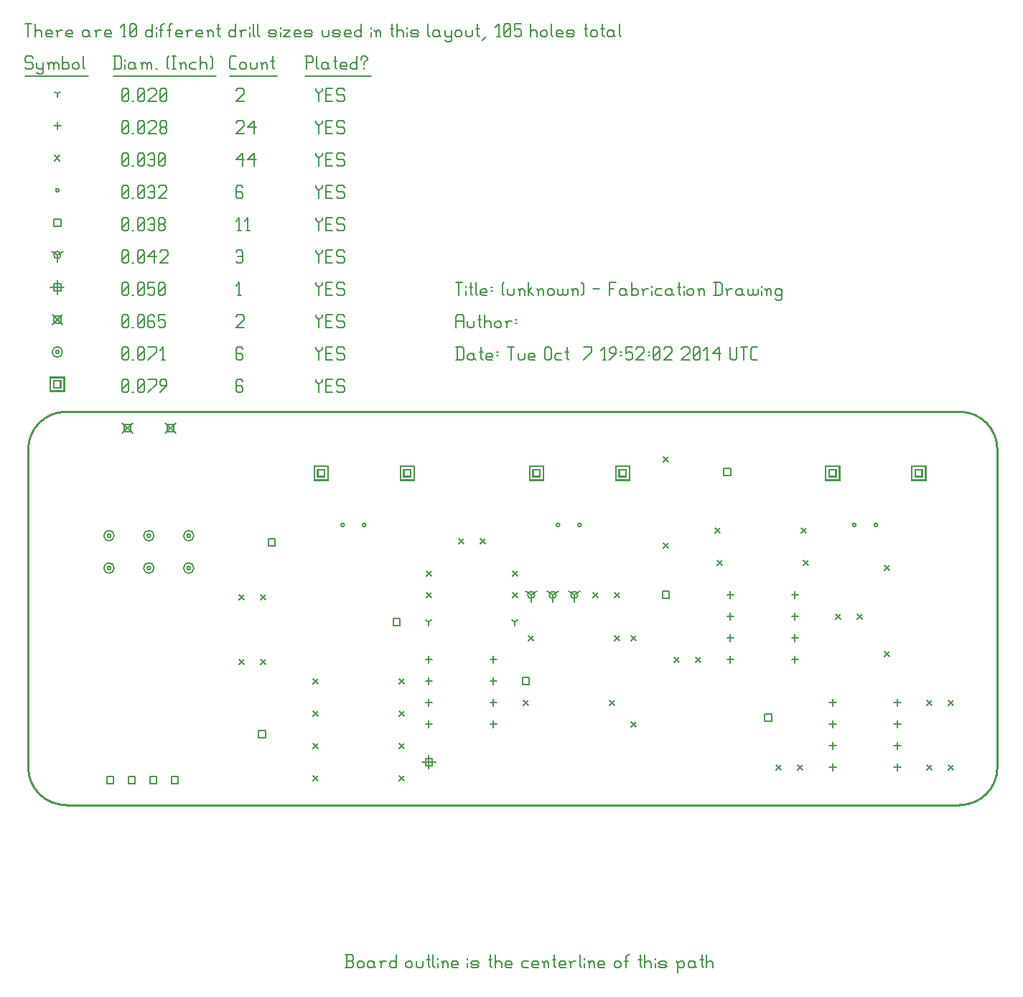
<source format=gbr>
G04 start of page 11 for group -3984 idx -3984 *
G04 Title: (unknown), fab *
G04 Creator: pcb 20110918 *
G04 CreationDate: Tue Oct  7 19:52:02 2014 UTC *
G04 For: fosse *
G04 Format: Gerber/RS-274X *
G04 PCB-Dimensions: 470000 250000 *
G04 PCB-Coordinate-Origin: lower left *
%MOIN*%
%FSLAX25Y25*%
%LNFAB*%
%ADD88C,0.0100*%
%ADD87C,0.0060*%
%ADD86R,0.0080X0.0080*%
G54D86*X235900Y221600D02*X239100D01*
X235900D02*Y218400D01*
X239100D01*
Y221600D02*Y218400D01*
X234300Y223200D02*X240700D01*
X234300D02*Y216800D01*
X240700D01*
Y223200D02*Y216800D01*
X275900Y221600D02*X279100D01*
X275900D02*Y218400D01*
X279100D01*
Y221600D02*Y218400D01*
X274300Y223200D02*X280700D01*
X274300D02*Y216800D01*
X280700D01*
Y223200D02*Y216800D01*
X373400Y221600D02*X376600D01*
X373400D02*Y218400D01*
X376600D01*
Y221600D02*Y218400D01*
X371800Y223200D02*X378200D01*
X371800D02*Y216800D01*
X378200D01*
Y223200D02*Y216800D01*
X413400Y221600D02*X416600D01*
X413400D02*Y218400D01*
X416600D01*
Y221600D02*Y218400D01*
X411800Y223200D02*X418200D01*
X411800D02*Y216800D01*
X418200D01*
Y223200D02*Y216800D01*
X135900Y221600D02*X139100D01*
X135900D02*Y218400D01*
X139100D01*
Y221600D02*Y218400D01*
X134300Y223200D02*X140700D01*
X134300D02*Y216800D01*
X140700D01*
Y223200D02*Y216800D01*
X175900Y221600D02*X179100D01*
X175900D02*Y218400D01*
X179100D01*
Y221600D02*Y218400D01*
X174300Y223200D02*X180700D01*
X174300D02*Y216800D01*
X180700D01*
Y223200D02*Y216800D01*
X13400Y262850D02*X16600D01*
X13400D02*Y259650D01*
X16600D01*
Y262850D02*Y259650D01*
X11800Y264450D02*X18200D01*
X11800D02*Y258050D01*
X18200D01*
Y264450D02*Y258050D01*
G54D87*X135000Y263500D02*Y262750D01*
X136500Y261250D01*
X138000Y262750D01*
Y263500D02*Y262750D01*
X136500Y261250D02*Y257500D01*
X139800Y260500D02*X142050D01*
X139800Y257500D02*X142800D01*
X139800Y263500D02*Y257500D01*
Y263500D02*X142800D01*
X147600D02*X148350Y262750D01*
X145350Y263500D02*X147600D01*
X144600Y262750D02*X145350Y263500D01*
X144600Y262750D02*Y261250D01*
X145350Y260500D01*
X147600D01*
X148350Y259750D01*
Y258250D01*
X147600Y257500D02*X148350Y258250D01*
X145350Y257500D02*X147600D01*
X144600Y258250D02*X145350Y257500D01*
X100250Y263500D02*X101000Y262750D01*
X98750Y263500D02*X100250D01*
X98000Y262750D02*X98750Y263500D01*
X98000Y262750D02*Y258250D01*
X98750Y257500D01*
X100250Y260500D02*X101000Y259750D01*
X98000Y260500D02*X100250D01*
X98750Y257500D02*X100250D01*
X101000Y258250D01*
Y259750D02*Y258250D01*
X45000D02*X45750Y257500D01*
X45000Y262750D02*Y258250D01*
Y262750D02*X45750Y263500D01*
X47250D01*
X48000Y262750D01*
Y258250D01*
X47250Y257500D02*X48000Y258250D01*
X45750Y257500D02*X47250D01*
X45000Y259000D02*X48000Y262000D01*
X49800Y257500D02*X50550D01*
X52350Y258250D02*X53100Y257500D01*
X52350Y262750D02*Y258250D01*
Y262750D02*X53100Y263500D01*
X54600D01*
X55350Y262750D01*
Y258250D01*
X54600Y257500D02*X55350Y258250D01*
X53100Y257500D02*X54600D01*
X52350Y259000D02*X55350Y262000D01*
X57150Y257500D02*X60900Y261250D01*
Y263500D02*Y261250D01*
X57150Y263500D02*X60900D01*
X62700Y257500D02*X65700Y260500D01*
Y262750D02*Y260500D01*
X64950Y263500D02*X65700Y262750D01*
X63450Y263500D02*X64950D01*
X62700Y262750D02*X63450Y263500D01*
X62700Y262750D02*Y261250D01*
X63450Y260500D01*
X65700D01*
X56700Y191000D02*G75*G03X58300Y191000I800J0D01*G01*
G75*G03X56700Y191000I-800J0D01*G01*
X55100D02*G75*G03X59900Y191000I2400J0D01*G01*
G75*G03X55100Y191000I-2400J0D01*G01*
X38200D02*G75*G03X39800Y191000I800J0D01*G01*
G75*G03X38200Y191000I-800J0D01*G01*
X36600D02*G75*G03X41400Y191000I2400J0D01*G01*
G75*G03X36600Y191000I-2400J0D01*G01*
X75200D02*G75*G03X76800Y191000I800J0D01*G01*
G75*G03X75200Y191000I-800J0D01*G01*
X73600D02*G75*G03X78400Y191000I2400J0D01*G01*
G75*G03X73600Y191000I-2400J0D01*G01*
X38200Y176000D02*G75*G03X39800Y176000I800J0D01*G01*
G75*G03X38200Y176000I-800J0D01*G01*
X36600D02*G75*G03X41400Y176000I2400J0D01*G01*
G75*G03X36600Y176000I-2400J0D01*G01*
X56700D02*G75*G03X58300Y176000I800J0D01*G01*
G75*G03X56700Y176000I-800J0D01*G01*
X55100D02*G75*G03X59900Y176000I2400J0D01*G01*
G75*G03X55100Y176000I-2400J0D01*G01*
X75200D02*G75*G03X76800Y176000I800J0D01*G01*
G75*G03X75200Y176000I-800J0D01*G01*
X73600D02*G75*G03X78400Y176000I2400J0D01*G01*
G75*G03X73600Y176000I-2400J0D01*G01*
X14200Y276250D02*G75*G03X15800Y276250I800J0D01*G01*
G75*G03X14200Y276250I-800J0D01*G01*
X12600D02*G75*G03X17400Y276250I2400J0D01*G01*
G75*G03X12600Y276250I-2400J0D01*G01*
X135000Y278500D02*Y277750D01*
X136500Y276250D01*
X138000Y277750D01*
Y278500D02*Y277750D01*
X136500Y276250D02*Y272500D01*
X139800Y275500D02*X142050D01*
X139800Y272500D02*X142800D01*
X139800Y278500D02*Y272500D01*
Y278500D02*X142800D01*
X147600D02*X148350Y277750D01*
X145350Y278500D02*X147600D01*
X144600Y277750D02*X145350Y278500D01*
X144600Y277750D02*Y276250D01*
X145350Y275500D01*
X147600D01*
X148350Y274750D01*
Y273250D01*
X147600Y272500D02*X148350Y273250D01*
X145350Y272500D02*X147600D01*
X144600Y273250D02*X145350Y272500D01*
X100250Y278500D02*X101000Y277750D01*
X98750Y278500D02*X100250D01*
X98000Y277750D02*X98750Y278500D01*
X98000Y277750D02*Y273250D01*
X98750Y272500D01*
X100250Y275500D02*X101000Y274750D01*
X98000Y275500D02*X100250D01*
X98750Y272500D02*X100250D01*
X101000Y273250D01*
Y274750D02*Y273250D01*
X45000D02*X45750Y272500D01*
X45000Y277750D02*Y273250D01*
Y277750D02*X45750Y278500D01*
X47250D01*
X48000Y277750D01*
Y273250D01*
X47250Y272500D02*X48000Y273250D01*
X45750Y272500D02*X47250D01*
X45000Y274000D02*X48000Y277000D01*
X49800Y272500D02*X50550D01*
X52350Y273250D02*X53100Y272500D01*
X52350Y277750D02*Y273250D01*
Y277750D02*X53100Y278500D01*
X54600D01*
X55350Y277750D01*
Y273250D01*
X54600Y272500D02*X55350Y273250D01*
X53100Y272500D02*X54600D01*
X52350Y274000D02*X55350Y277000D01*
X57150Y272500D02*X60900Y276250D01*
Y278500D02*Y276250D01*
X57150Y278500D02*X60900D01*
X63450Y272500D02*X64950D01*
X64200Y278500D02*Y272500D01*
X62700Y277000D02*X64200Y278500D01*
X45100Y243400D02*X49900Y238600D01*
X45100D02*X49900Y243400D01*
X45900Y242600D02*X49100D01*
X45900D02*Y239400D01*
X49100D01*
Y242600D02*Y239400D01*
X65100Y243400D02*X69900Y238600D01*
X65100D02*X69900Y243400D01*
X65900Y242600D02*X69100D01*
X65900D02*Y239400D01*
X69100D01*
Y242600D02*Y239400D01*
X12600Y293650D02*X17400Y288850D01*
X12600D02*X17400Y293650D01*
X13400Y292850D02*X16600D01*
X13400D02*Y289650D01*
X16600D01*
Y292850D02*Y289650D01*
X135000Y293500D02*Y292750D01*
X136500Y291250D01*
X138000Y292750D01*
Y293500D02*Y292750D01*
X136500Y291250D02*Y287500D01*
X139800Y290500D02*X142050D01*
X139800Y287500D02*X142800D01*
X139800Y293500D02*Y287500D01*
Y293500D02*X142800D01*
X147600D02*X148350Y292750D01*
X145350Y293500D02*X147600D01*
X144600Y292750D02*X145350Y293500D01*
X144600Y292750D02*Y291250D01*
X145350Y290500D01*
X147600D01*
X148350Y289750D01*
Y288250D01*
X147600Y287500D02*X148350Y288250D01*
X145350Y287500D02*X147600D01*
X144600Y288250D02*X145350Y287500D01*
X98000Y292750D02*X98750Y293500D01*
X101000D01*
X101750Y292750D01*
Y291250D01*
X98000Y287500D02*X101750Y291250D01*
X98000Y287500D02*X101750D01*
X45000Y288250D02*X45750Y287500D01*
X45000Y292750D02*Y288250D01*
Y292750D02*X45750Y293500D01*
X47250D01*
X48000Y292750D01*
Y288250D01*
X47250Y287500D02*X48000Y288250D01*
X45750Y287500D02*X47250D01*
X45000Y289000D02*X48000Y292000D01*
X49800Y287500D02*X50550D01*
X52350Y288250D02*X53100Y287500D01*
X52350Y292750D02*Y288250D01*
Y292750D02*X53100Y293500D01*
X54600D01*
X55350Y292750D01*
Y288250D01*
X54600Y287500D02*X55350Y288250D01*
X53100Y287500D02*X54600D01*
X52350Y289000D02*X55350Y292000D01*
X59400Y293500D02*X60150Y292750D01*
X57900Y293500D02*X59400D01*
X57150Y292750D02*X57900Y293500D01*
X57150Y292750D02*Y288250D01*
X57900Y287500D01*
X59400Y290500D02*X60150Y289750D01*
X57150Y290500D02*X59400D01*
X57900Y287500D02*X59400D01*
X60150Y288250D01*
Y289750D02*Y288250D01*
X61950Y293500D02*X64950D01*
X61950D02*Y290500D01*
X62700Y291250D01*
X64200D01*
X64950Y290500D01*
Y288250D01*
X64200Y287500D02*X64950Y288250D01*
X62700Y287500D02*X64200D01*
X61950Y288250D02*X62700Y287500D01*
X187500Y89200D02*Y82800D01*
X184300Y86000D02*X190700D01*
X185900Y87600D02*X189100D01*
X185900D02*Y84400D01*
X189100D01*
Y87600D02*Y84400D01*
X15000Y309450D02*Y303050D01*
X11800Y306250D02*X18200D01*
X13400Y307850D02*X16600D01*
X13400D02*Y304650D01*
X16600D01*
Y307850D02*Y304650D01*
X135000Y308500D02*Y307750D01*
X136500Y306250D01*
X138000Y307750D01*
Y308500D02*Y307750D01*
X136500Y306250D02*Y302500D01*
X139800Y305500D02*X142050D01*
X139800Y302500D02*X142800D01*
X139800Y308500D02*Y302500D01*
Y308500D02*X142800D01*
X147600D02*X148350Y307750D01*
X145350Y308500D02*X147600D01*
X144600Y307750D02*X145350Y308500D01*
X144600Y307750D02*Y306250D01*
X145350Y305500D01*
X147600D01*
X148350Y304750D01*
Y303250D01*
X147600Y302500D02*X148350Y303250D01*
X145350Y302500D02*X147600D01*
X144600Y303250D02*X145350Y302500D01*
X98750D02*X100250D01*
X99500Y308500D02*Y302500D01*
X98000Y307000D02*X99500Y308500D01*
X45000Y303250D02*X45750Y302500D01*
X45000Y307750D02*Y303250D01*
Y307750D02*X45750Y308500D01*
X47250D01*
X48000Y307750D01*
Y303250D01*
X47250Y302500D02*X48000Y303250D01*
X45750Y302500D02*X47250D01*
X45000Y304000D02*X48000Y307000D01*
X49800Y302500D02*X50550D01*
X52350Y303250D02*X53100Y302500D01*
X52350Y307750D02*Y303250D01*
Y307750D02*X53100Y308500D01*
X54600D01*
X55350Y307750D01*
Y303250D01*
X54600Y302500D02*X55350Y303250D01*
X53100Y302500D02*X54600D01*
X52350Y304000D02*X55350Y307000D01*
X57150Y308500D02*X60150D01*
X57150D02*Y305500D01*
X57900Y306250D01*
X59400D01*
X60150Y305500D01*
Y303250D01*
X59400Y302500D02*X60150Y303250D01*
X57900Y302500D02*X59400D01*
X57150Y303250D02*X57900Y302500D01*
X61950Y303250D02*X62700Y302500D01*
X61950Y307750D02*Y303250D01*
Y307750D02*X62700Y308500D01*
X64200D01*
X64950Y307750D01*
Y303250D01*
X64200Y302500D02*X64950Y303250D01*
X62700Y302500D02*X64200D01*
X61950Y304000D02*X64950Y307000D01*
X235000Y163500D02*Y160300D01*
Y163500D02*X237773Y165100D01*
X235000Y163500D02*X232227Y165100D01*
X233400Y163500D02*G75*G03X236600Y163500I1600J0D01*G01*
G75*G03X233400Y163500I-1600J0D01*G01*
X245000D02*Y160300D01*
Y163500D02*X247773Y165100D01*
X245000Y163500D02*X242227Y165100D01*
X243400Y163500D02*G75*G03X246600Y163500I1600J0D01*G01*
G75*G03X243400Y163500I-1600J0D01*G01*
X255000D02*Y160300D01*
Y163500D02*X257773Y165100D01*
X255000Y163500D02*X252227Y165100D01*
X253400Y163500D02*G75*G03X256600Y163500I1600J0D01*G01*
G75*G03X253400Y163500I-1600J0D01*G01*
X15000Y321250D02*Y318050D01*
Y321250D02*X17773Y322850D01*
X15000Y321250D02*X12227Y322850D01*
X13400Y321250D02*G75*G03X16600Y321250I1600J0D01*G01*
G75*G03X13400Y321250I-1600J0D01*G01*
X135000Y323500D02*Y322750D01*
X136500Y321250D01*
X138000Y322750D01*
Y323500D02*Y322750D01*
X136500Y321250D02*Y317500D01*
X139800Y320500D02*X142050D01*
X139800Y317500D02*X142800D01*
X139800Y323500D02*Y317500D01*
Y323500D02*X142800D01*
X147600D02*X148350Y322750D01*
X145350Y323500D02*X147600D01*
X144600Y322750D02*X145350Y323500D01*
X144600Y322750D02*Y321250D01*
X145350Y320500D01*
X147600D01*
X148350Y319750D01*
Y318250D01*
X147600Y317500D02*X148350Y318250D01*
X145350Y317500D02*X147600D01*
X144600Y318250D02*X145350Y317500D01*
X98000Y322750D02*X98750Y323500D01*
X100250D01*
X101000Y322750D01*
Y318250D01*
X100250Y317500D02*X101000Y318250D01*
X98750Y317500D02*X100250D01*
X98000Y318250D02*X98750Y317500D01*
Y320500D02*X101000D01*
X45000Y318250D02*X45750Y317500D01*
X45000Y322750D02*Y318250D01*
Y322750D02*X45750Y323500D01*
X47250D01*
X48000Y322750D01*
Y318250D01*
X47250Y317500D02*X48000Y318250D01*
X45750Y317500D02*X47250D01*
X45000Y319000D02*X48000Y322000D01*
X49800Y317500D02*X50550D01*
X52350Y318250D02*X53100Y317500D01*
X52350Y322750D02*Y318250D01*
Y322750D02*X53100Y323500D01*
X54600D01*
X55350Y322750D01*
Y318250D01*
X54600Y317500D02*X55350Y318250D01*
X53100Y317500D02*X54600D01*
X52350Y319000D02*X55350Y322000D01*
X57150Y320500D02*X60150Y323500D01*
X57150Y320500D02*X60900D01*
X60150Y323500D02*Y317500D01*
X62700Y322750D02*X63450Y323500D01*
X65700D01*
X66450Y322750D01*
Y321250D01*
X62700Y317500D02*X66450Y321250D01*
X62700Y317500D02*X66450D01*
X170900Y152600D02*X174100D01*
X170900D02*Y149400D01*
X174100D01*
Y152600D02*Y149400D01*
X295900Y165100D02*X299100D01*
X295900D02*Y161900D01*
X299100D01*
Y165100D02*Y161900D01*
X230900Y125100D02*X234100D01*
X230900D02*Y121900D01*
X234100D01*
Y125100D02*Y121900D01*
X37900Y79100D02*X41100D01*
X37900D02*Y75900D01*
X41100D01*
Y79100D02*Y75900D01*
X47900Y79100D02*X51100D01*
X47900D02*Y75900D01*
X51100D01*
Y79100D02*Y75900D01*
X57900Y79100D02*X61100D01*
X57900D02*Y75900D01*
X61100D01*
Y79100D02*Y75900D01*
X67900Y79100D02*X71100D01*
X67900D02*Y75900D01*
X71100D01*
Y79100D02*Y75900D01*
X343400Y108100D02*X346600D01*
X343400D02*Y104900D01*
X346600D01*
Y108100D02*Y104900D01*
X112900Y189600D02*X116100D01*
X112900D02*Y186400D01*
X116100D01*
Y189600D02*Y186400D01*
X108400Y100600D02*X111600D01*
X108400D02*Y97400D01*
X111600D01*
Y100600D02*Y97400D01*
X324400Y222100D02*X327600D01*
X324400D02*Y218900D01*
X327600D01*
Y222100D02*Y218900D01*
X13400Y337850D02*X16600D01*
X13400D02*Y334650D01*
X16600D01*
Y337850D02*Y334650D01*
X135000Y338500D02*Y337750D01*
X136500Y336250D01*
X138000Y337750D01*
Y338500D02*Y337750D01*
X136500Y336250D02*Y332500D01*
X139800Y335500D02*X142050D01*
X139800Y332500D02*X142800D01*
X139800Y338500D02*Y332500D01*
Y338500D02*X142800D01*
X147600D02*X148350Y337750D01*
X145350Y338500D02*X147600D01*
X144600Y337750D02*X145350Y338500D01*
X144600Y337750D02*Y336250D01*
X145350Y335500D01*
X147600D01*
X148350Y334750D01*
Y333250D01*
X147600Y332500D02*X148350Y333250D01*
X145350Y332500D02*X147600D01*
X144600Y333250D02*X145350Y332500D01*
X98750D02*X100250D01*
X99500Y338500D02*Y332500D01*
X98000Y337000D02*X99500Y338500D01*
X102800Y332500D02*X104300D01*
X103550Y338500D02*Y332500D01*
X102050Y337000D02*X103550Y338500D01*
X45000Y333250D02*X45750Y332500D01*
X45000Y337750D02*Y333250D01*
Y337750D02*X45750Y338500D01*
X47250D01*
X48000Y337750D01*
Y333250D01*
X47250Y332500D02*X48000Y333250D01*
X45750Y332500D02*X47250D01*
X45000Y334000D02*X48000Y337000D01*
X49800Y332500D02*X50550D01*
X52350Y333250D02*X53100Y332500D01*
X52350Y337750D02*Y333250D01*
Y337750D02*X53100Y338500D01*
X54600D01*
X55350Y337750D01*
Y333250D01*
X54600Y332500D02*X55350Y333250D01*
X53100Y332500D02*X54600D01*
X52350Y334000D02*X55350Y337000D01*
X57150Y337750D02*X57900Y338500D01*
X59400D01*
X60150Y337750D01*
Y333250D01*
X59400Y332500D02*X60150Y333250D01*
X57900Y332500D02*X59400D01*
X57150Y333250D02*X57900Y332500D01*
Y335500D02*X60150D01*
X61950Y333250D02*X62700Y332500D01*
X61950Y334750D02*Y333250D01*
Y334750D02*X62700Y335500D01*
X64200D01*
X64950Y334750D01*
Y333250D01*
X64200Y332500D02*X64950Y333250D01*
X62700Y332500D02*X64200D01*
X61950Y336250D02*X62700Y335500D01*
X61950Y337750D02*Y336250D01*
Y337750D02*X62700Y338500D01*
X64200D01*
X64950Y337750D01*
Y336250D01*
X64200Y335500D02*X64950Y336250D01*
X246700Y196000D02*G75*G03X248300Y196000I800J0D01*G01*
G75*G03X246700Y196000I-800J0D01*G01*
X256700D02*G75*G03X258300Y196000I800J0D01*G01*
G75*G03X256700Y196000I-800J0D01*G01*
X384200D02*G75*G03X385800Y196000I800J0D01*G01*
G75*G03X384200Y196000I-800J0D01*G01*
X394200D02*G75*G03X395800Y196000I800J0D01*G01*
G75*G03X394200Y196000I-800J0D01*G01*
X146700D02*G75*G03X148300Y196000I800J0D01*G01*
G75*G03X146700Y196000I-800J0D01*G01*
X156700D02*G75*G03X158300Y196000I800J0D01*G01*
G75*G03X156700Y196000I-800J0D01*G01*
X14200Y351250D02*G75*G03X15800Y351250I800J0D01*G01*
G75*G03X14200Y351250I-800J0D01*G01*
X135000Y353500D02*Y352750D01*
X136500Y351250D01*
X138000Y352750D01*
Y353500D02*Y352750D01*
X136500Y351250D02*Y347500D01*
X139800Y350500D02*X142050D01*
X139800Y347500D02*X142800D01*
X139800Y353500D02*Y347500D01*
Y353500D02*X142800D01*
X147600D02*X148350Y352750D01*
X145350Y353500D02*X147600D01*
X144600Y352750D02*X145350Y353500D01*
X144600Y352750D02*Y351250D01*
X145350Y350500D01*
X147600D01*
X148350Y349750D01*
Y348250D01*
X147600Y347500D02*X148350Y348250D01*
X145350Y347500D02*X147600D01*
X144600Y348250D02*X145350Y347500D01*
X100250Y353500D02*X101000Y352750D01*
X98750Y353500D02*X100250D01*
X98000Y352750D02*X98750Y353500D01*
X98000Y352750D02*Y348250D01*
X98750Y347500D01*
X100250Y350500D02*X101000Y349750D01*
X98000Y350500D02*X100250D01*
X98750Y347500D02*X100250D01*
X101000Y348250D01*
Y349750D02*Y348250D01*
X45000D02*X45750Y347500D01*
X45000Y352750D02*Y348250D01*
Y352750D02*X45750Y353500D01*
X47250D01*
X48000Y352750D01*
Y348250D01*
X47250Y347500D02*X48000Y348250D01*
X45750Y347500D02*X47250D01*
X45000Y349000D02*X48000Y352000D01*
X49800Y347500D02*X50550D01*
X52350Y348250D02*X53100Y347500D01*
X52350Y352750D02*Y348250D01*
Y352750D02*X53100Y353500D01*
X54600D01*
X55350Y352750D01*
Y348250D01*
X54600Y347500D02*X55350Y348250D01*
X53100Y347500D02*X54600D01*
X52350Y349000D02*X55350Y352000D01*
X57150Y352750D02*X57900Y353500D01*
X59400D01*
X60150Y352750D01*
Y348250D01*
X59400Y347500D02*X60150Y348250D01*
X57900Y347500D02*X59400D01*
X57150Y348250D02*X57900Y347500D01*
Y350500D02*X60150D01*
X61950Y352750D02*X62700Y353500D01*
X64950D01*
X65700Y352750D01*
Y351250D01*
X61950Y347500D02*X65700Y351250D01*
X61950Y347500D02*X65700D01*
X418800Y84700D02*X421200Y82300D01*
X418800D02*X421200Y84700D01*
X428800D02*X431200Y82300D01*
X428800D02*X431200Y84700D01*
X231300Y114700D02*X233700Y112300D01*
X231300D02*X233700Y114700D01*
X271300D02*X273700Y112300D01*
X271300D02*X273700Y114700D01*
X263800Y164700D02*X266200Y162300D01*
X263800D02*X266200Y164700D01*
X273800D02*X276200Y162300D01*
X273800D02*X276200Y164700D01*
X301300Y134700D02*X303700Y132300D01*
X301300D02*X303700Y134700D01*
X311300D02*X313700Y132300D01*
X311300D02*X313700Y134700D01*
X201300Y189700D02*X203700Y187300D01*
X201300D02*X203700Y189700D01*
X211300D02*X213700Y187300D01*
X211300D02*X213700Y189700D01*
X186300Y164700D02*X188700Y162300D01*
X186300D02*X188700Y164700D01*
X226300D02*X228700Y162300D01*
X226300D02*X228700Y164700D01*
X186300Y174700D02*X188700Y172300D01*
X186300D02*X188700Y174700D01*
X226300D02*X228700Y172300D01*
X226300D02*X228700Y174700D01*
X273800Y144700D02*X276200Y142300D01*
X273800D02*X276200Y144700D01*
X233800D02*X236200Y142300D01*
X233800D02*X236200Y144700D01*
X281300D02*X283700Y142300D01*
X281300D02*X283700Y144700D01*
X281300Y104700D02*X283700Y102300D01*
X281300D02*X283700Y104700D01*
X133800Y109700D02*X136200Y107300D01*
X133800D02*X136200Y109700D01*
X173800D02*X176200Y107300D01*
X173800D02*X176200Y109700D01*
X133800Y124700D02*X136200Y122300D01*
X133800D02*X136200Y124700D01*
X173800D02*X176200Y122300D01*
X173800D02*X176200Y124700D01*
X173800Y79700D02*X176200Y77300D01*
X173800D02*X176200Y79700D01*
X133800D02*X136200Y77300D01*
X133800D02*X136200Y79700D01*
X133800Y94700D02*X136200Y92300D01*
X133800D02*X136200Y94700D01*
X173800D02*X176200Y92300D01*
X173800D02*X176200Y94700D01*
X376300Y154700D02*X378700Y152300D01*
X376300D02*X378700Y154700D01*
X386300D02*X388700Y152300D01*
X386300D02*X388700Y154700D01*
X321300Y179700D02*X323700Y177300D01*
X321300D02*X323700Y179700D01*
X361300D02*X363700Y177300D01*
X361300D02*X363700Y179700D01*
X348800Y84700D02*X351200Y82300D01*
X348800D02*X351200Y84700D01*
X358800D02*X361200Y82300D01*
X358800D02*X361200Y84700D01*
X418800Y114700D02*X421200Y112300D01*
X418800D02*X421200Y114700D01*
X428800D02*X431200Y112300D01*
X428800D02*X431200Y114700D01*
X99300Y133700D02*X101700Y131300D01*
X99300D02*X101700Y133700D01*
X109300D02*X111700Y131300D01*
X109300D02*X111700Y133700D01*
X99300Y163700D02*X101700Y161300D01*
X99300D02*X101700Y163700D01*
X109300D02*X111700Y161300D01*
X109300D02*X111700Y163700D01*
X296300Y227700D02*X298700Y225300D01*
X296300D02*X298700Y227700D01*
X296300Y187700D02*X298700Y185300D01*
X296300D02*X298700Y187700D01*
X399000Y177200D02*X401400Y174800D01*
X399000D02*X401400Y177200D01*
X399000Y137200D02*X401400Y134800D01*
X399000D02*X401400Y137200D01*
X320300Y194700D02*X322700Y192300D01*
X320300D02*X322700Y194700D01*
X360300D02*X362700Y192300D01*
X360300D02*X362700Y194700D01*
X13800Y367450D02*X16200Y365050D01*
X13800D02*X16200Y367450D01*
X135000Y368500D02*Y367750D01*
X136500Y366250D01*
X138000Y367750D01*
Y368500D02*Y367750D01*
X136500Y366250D02*Y362500D01*
X139800Y365500D02*X142050D01*
X139800Y362500D02*X142800D01*
X139800Y368500D02*Y362500D01*
Y368500D02*X142800D01*
X147600D02*X148350Y367750D01*
X145350Y368500D02*X147600D01*
X144600Y367750D02*X145350Y368500D01*
X144600Y367750D02*Y366250D01*
X145350Y365500D01*
X147600D01*
X148350Y364750D01*
Y363250D01*
X147600Y362500D02*X148350Y363250D01*
X145350Y362500D02*X147600D01*
X144600Y363250D02*X145350Y362500D01*
X98000Y365500D02*X101000Y368500D01*
X98000Y365500D02*X101750D01*
X101000Y368500D02*Y362500D01*
X103550Y365500D02*X106550Y368500D01*
X103550Y365500D02*X107300D01*
X106550Y368500D02*Y362500D01*
X45000Y363250D02*X45750Y362500D01*
X45000Y367750D02*Y363250D01*
Y367750D02*X45750Y368500D01*
X47250D01*
X48000Y367750D01*
Y363250D01*
X47250Y362500D02*X48000Y363250D01*
X45750Y362500D02*X47250D01*
X45000Y364000D02*X48000Y367000D01*
X49800Y362500D02*X50550D01*
X52350Y363250D02*X53100Y362500D01*
X52350Y367750D02*Y363250D01*
Y367750D02*X53100Y368500D01*
X54600D01*
X55350Y367750D01*
Y363250D01*
X54600Y362500D02*X55350Y363250D01*
X53100Y362500D02*X54600D01*
X52350Y364000D02*X55350Y367000D01*
X57150Y367750D02*X57900Y368500D01*
X59400D01*
X60150Y367750D01*
Y363250D01*
X59400Y362500D02*X60150Y363250D01*
X57900Y362500D02*X59400D01*
X57150Y363250D02*X57900Y362500D01*
Y365500D02*X60150D01*
X61950Y363250D02*X62700Y362500D01*
X61950Y367750D02*Y363250D01*
Y367750D02*X62700Y368500D01*
X64200D01*
X64950Y367750D01*
Y363250D01*
X64200Y362500D02*X64950Y363250D01*
X62700Y362500D02*X64200D01*
X61950Y364000D02*X64950Y367000D01*
X187500Y135100D02*Y131900D01*
X185900Y133500D02*X189100D01*
X187500Y125100D02*Y121900D01*
X185900Y123500D02*X189100D01*
X187500Y115100D02*Y111900D01*
X185900Y113500D02*X189100D01*
X187500Y105100D02*Y101900D01*
X185900Y103500D02*X189100D01*
X217500Y105100D02*Y101900D01*
X215900Y103500D02*X219100D01*
X217500Y115100D02*Y111900D01*
X215900Y113500D02*X219100D01*
X217500Y125100D02*Y121900D01*
X215900Y123500D02*X219100D01*
X217500Y135100D02*Y131900D01*
X215900Y133500D02*X219100D01*
X327500Y165100D02*Y161900D01*
X325900Y163500D02*X329100D01*
X327500Y155100D02*Y151900D01*
X325900Y153500D02*X329100D01*
X327500Y145100D02*Y141900D01*
X325900Y143500D02*X329100D01*
X327500Y135100D02*Y131900D01*
X325900Y133500D02*X329100D01*
X357500Y135100D02*Y131900D01*
X355900Y133500D02*X359100D01*
X357500Y145100D02*Y141900D01*
X355900Y143500D02*X359100D01*
X357500Y155100D02*Y151900D01*
X355900Y153500D02*X359100D01*
X357500Y165100D02*Y161900D01*
X355900Y163500D02*X359100D01*
X375000Y115100D02*Y111900D01*
X373400Y113500D02*X376600D01*
X375000Y105100D02*Y101900D01*
X373400Y103500D02*X376600D01*
X375000Y95100D02*Y91900D01*
X373400Y93500D02*X376600D01*
X375000Y85100D02*Y81900D01*
X373400Y83500D02*X376600D01*
X405000Y85100D02*Y81900D01*
X403400Y83500D02*X406600D01*
X405000Y95100D02*Y91900D01*
X403400Y93500D02*X406600D01*
X405000Y105100D02*Y101900D01*
X403400Y103500D02*X406600D01*
X405000Y115100D02*Y111900D01*
X403400Y113500D02*X406600D01*
X15000Y382850D02*Y379650D01*
X13400Y381250D02*X16600D01*
X135000Y383500D02*Y382750D01*
X136500Y381250D01*
X138000Y382750D01*
Y383500D02*Y382750D01*
X136500Y381250D02*Y377500D01*
X139800Y380500D02*X142050D01*
X139800Y377500D02*X142800D01*
X139800Y383500D02*Y377500D01*
Y383500D02*X142800D01*
X147600D02*X148350Y382750D01*
X145350Y383500D02*X147600D01*
X144600Y382750D02*X145350Y383500D01*
X144600Y382750D02*Y381250D01*
X145350Y380500D01*
X147600D01*
X148350Y379750D01*
Y378250D01*
X147600Y377500D02*X148350Y378250D01*
X145350Y377500D02*X147600D01*
X144600Y378250D02*X145350Y377500D01*
X98000Y382750D02*X98750Y383500D01*
X101000D01*
X101750Y382750D01*
Y381250D01*
X98000Y377500D02*X101750Y381250D01*
X98000Y377500D02*X101750D01*
X103550Y380500D02*X106550Y383500D01*
X103550Y380500D02*X107300D01*
X106550Y383500D02*Y377500D01*
X45000Y378250D02*X45750Y377500D01*
X45000Y382750D02*Y378250D01*
Y382750D02*X45750Y383500D01*
X47250D01*
X48000Y382750D01*
Y378250D01*
X47250Y377500D02*X48000Y378250D01*
X45750Y377500D02*X47250D01*
X45000Y379000D02*X48000Y382000D01*
X49800Y377500D02*X50550D01*
X52350Y378250D02*X53100Y377500D01*
X52350Y382750D02*Y378250D01*
Y382750D02*X53100Y383500D01*
X54600D01*
X55350Y382750D01*
Y378250D01*
X54600Y377500D02*X55350Y378250D01*
X53100Y377500D02*X54600D01*
X52350Y379000D02*X55350Y382000D01*
X57150Y382750D02*X57900Y383500D01*
X60150D01*
X60900Y382750D01*
Y381250D01*
X57150Y377500D02*X60900Y381250D01*
X57150Y377500D02*X60900D01*
X62700Y378250D02*X63450Y377500D01*
X62700Y379750D02*Y378250D01*
Y379750D02*X63450Y380500D01*
X64950D01*
X65700Y379750D01*
Y378250D01*
X64950Y377500D02*X65700Y378250D01*
X63450Y377500D02*X64950D01*
X62700Y381250D02*X63450Y380500D01*
X62700Y382750D02*Y381250D01*
Y382750D02*X63450Y383500D01*
X64950D01*
X65700Y382750D01*
Y381250D01*
X64950Y380500D02*X65700Y381250D01*
X227500Y151000D02*Y149400D01*
Y151000D02*X228887Y151800D01*
X227500Y151000D02*X226113Y151800D01*
X187500Y151000D02*Y149400D01*
Y151000D02*X188887Y151800D01*
X187500Y151000D02*X186113Y151800D01*
X15000Y396250D02*Y394650D01*
Y396250D02*X16387Y397050D01*
X15000Y396250D02*X13613Y397050D01*
X135000Y398500D02*Y397750D01*
X136500Y396250D01*
X138000Y397750D01*
Y398500D02*Y397750D01*
X136500Y396250D02*Y392500D01*
X139800Y395500D02*X142050D01*
X139800Y392500D02*X142800D01*
X139800Y398500D02*Y392500D01*
Y398500D02*X142800D01*
X147600D02*X148350Y397750D01*
X145350Y398500D02*X147600D01*
X144600Y397750D02*X145350Y398500D01*
X144600Y397750D02*Y396250D01*
X145350Y395500D01*
X147600D01*
X148350Y394750D01*
Y393250D01*
X147600Y392500D02*X148350Y393250D01*
X145350Y392500D02*X147600D01*
X144600Y393250D02*X145350Y392500D01*
X98000Y397750D02*X98750Y398500D01*
X101000D01*
X101750Y397750D01*
Y396250D01*
X98000Y392500D02*X101750Y396250D01*
X98000Y392500D02*X101750D01*
X45000Y393250D02*X45750Y392500D01*
X45000Y397750D02*Y393250D01*
Y397750D02*X45750Y398500D01*
X47250D01*
X48000Y397750D01*
Y393250D01*
X47250Y392500D02*X48000Y393250D01*
X45750Y392500D02*X47250D01*
X45000Y394000D02*X48000Y397000D01*
X49800Y392500D02*X50550D01*
X52350Y393250D02*X53100Y392500D01*
X52350Y397750D02*Y393250D01*
Y397750D02*X53100Y398500D01*
X54600D01*
X55350Y397750D01*
Y393250D01*
X54600Y392500D02*X55350Y393250D01*
X53100Y392500D02*X54600D01*
X52350Y394000D02*X55350Y397000D01*
X57150Y397750D02*X57900Y398500D01*
X60150D01*
X60900Y397750D01*
Y396250D01*
X57150Y392500D02*X60900Y396250D01*
X57150Y392500D02*X60900D01*
X62700Y393250D02*X63450Y392500D01*
X62700Y397750D02*Y393250D01*
Y397750D02*X63450Y398500D01*
X64950D01*
X65700Y397750D01*
Y393250D01*
X64950Y392500D02*X65700Y393250D01*
X63450Y392500D02*X64950D01*
X62700Y394000D02*X65700Y397000D01*
X3000Y413500D02*X3750Y412750D01*
X750Y413500D02*X3000D01*
X0Y412750D02*X750Y413500D01*
X0Y412750D02*Y411250D01*
X750Y410500D01*
X3000D01*
X3750Y409750D01*
Y408250D01*
X3000Y407500D02*X3750Y408250D01*
X750Y407500D02*X3000D01*
X0Y408250D02*X750Y407500D01*
X5550Y410500D02*Y408250D01*
X6300Y407500D01*
X8550Y410500D02*Y406000D01*
X7800Y405250D02*X8550Y406000D01*
X6300Y405250D02*X7800D01*
X5550Y406000D02*X6300Y405250D01*
Y407500D02*X7800D01*
X8550Y408250D01*
X11100Y409750D02*Y407500D01*
Y409750D02*X11850Y410500D01*
X12600D01*
X13350Y409750D01*
Y407500D01*
Y409750D02*X14100Y410500D01*
X14850D01*
X15600Y409750D01*
Y407500D01*
X10350Y410500D02*X11100Y409750D01*
X17400Y413500D02*Y407500D01*
Y408250D02*X18150Y407500D01*
X19650D01*
X20400Y408250D01*
Y409750D02*Y408250D01*
X19650Y410500D02*X20400Y409750D01*
X18150Y410500D02*X19650D01*
X17400Y409750D02*X18150Y410500D01*
X22200Y409750D02*Y408250D01*
Y409750D02*X22950Y410500D01*
X24450D01*
X25200Y409750D01*
Y408250D01*
X24450Y407500D02*X25200Y408250D01*
X22950Y407500D02*X24450D01*
X22200Y408250D02*X22950Y407500D01*
X27000Y413500D02*Y408250D01*
X27750Y407500D01*
X0Y404250D02*X29250D01*
X41750Y413500D02*Y407500D01*
X44000Y413500D02*X44750Y412750D01*
Y408250D01*
X44000Y407500D02*X44750Y408250D01*
X41000Y407500D02*X44000D01*
X41000Y413500D02*X44000D01*
X46550Y412000D02*Y411250D01*
Y409750D02*Y407500D01*
X50300Y410500D02*X51050Y409750D01*
X48800Y410500D02*X50300D01*
X48050Y409750D02*X48800Y410500D01*
X48050Y409750D02*Y408250D01*
X48800Y407500D01*
X51050Y410500D02*Y408250D01*
X51800Y407500D01*
X48800D02*X50300D01*
X51050Y408250D01*
X54350Y409750D02*Y407500D01*
Y409750D02*X55100Y410500D01*
X55850D01*
X56600Y409750D01*
Y407500D01*
Y409750D02*X57350Y410500D01*
X58100D01*
X58850Y409750D01*
Y407500D01*
X53600Y410500D02*X54350Y409750D01*
X60650Y407500D02*X61400D01*
X65900Y408250D02*X66650Y407500D01*
X65900Y412750D02*X66650Y413500D01*
X65900Y412750D02*Y408250D01*
X68450Y413500D02*X69950D01*
X69200D02*Y407500D01*
X68450D02*X69950D01*
X72500Y409750D02*Y407500D01*
Y409750D02*X73250Y410500D01*
X74000D01*
X74750Y409750D01*
Y407500D01*
X71750Y410500D02*X72500Y409750D01*
X77300Y410500D02*X79550D01*
X76550Y409750D02*X77300Y410500D01*
X76550Y409750D02*Y408250D01*
X77300Y407500D01*
X79550D01*
X81350Y413500D02*Y407500D01*
Y409750D02*X82100Y410500D01*
X83600D01*
X84350Y409750D01*
Y407500D01*
X86150Y413500D02*X86900Y412750D01*
Y408250D01*
X86150Y407500D02*X86900Y408250D01*
X41000Y404250D02*X88700D01*
X95750Y407500D02*X98000D01*
X95000Y408250D02*X95750Y407500D01*
X95000Y412750D02*Y408250D01*
Y412750D02*X95750Y413500D01*
X98000D01*
X99800Y409750D02*Y408250D01*
Y409750D02*X100550Y410500D01*
X102050D01*
X102800Y409750D01*
Y408250D01*
X102050Y407500D02*X102800Y408250D01*
X100550Y407500D02*X102050D01*
X99800Y408250D02*X100550Y407500D01*
X104600Y410500D02*Y408250D01*
X105350Y407500D01*
X106850D01*
X107600Y408250D01*
Y410500D02*Y408250D01*
X110150Y409750D02*Y407500D01*
Y409750D02*X110900Y410500D01*
X111650D01*
X112400Y409750D01*
Y407500D01*
X109400Y410500D02*X110150Y409750D01*
X114950Y413500D02*Y408250D01*
X115700Y407500D01*
X114200Y411250D02*X115700D01*
X95000Y404250D02*X117200D01*
X130750Y413500D02*Y407500D01*
X130000Y413500D02*X133000D01*
X133750Y412750D01*
Y411250D01*
X133000Y410500D02*X133750Y411250D01*
X130750Y410500D02*X133000D01*
X135550Y413500D02*Y408250D01*
X136300Y407500D01*
X140050Y410500D02*X140800Y409750D01*
X138550Y410500D02*X140050D01*
X137800Y409750D02*X138550Y410500D01*
X137800Y409750D02*Y408250D01*
X138550Y407500D01*
X140800Y410500D02*Y408250D01*
X141550Y407500D01*
X138550D02*X140050D01*
X140800Y408250D01*
X144100Y413500D02*Y408250D01*
X144850Y407500D01*
X143350Y411250D02*X144850D01*
X147100Y407500D02*X149350D01*
X146350Y408250D02*X147100Y407500D01*
X146350Y409750D02*Y408250D01*
Y409750D02*X147100Y410500D01*
X148600D01*
X149350Y409750D01*
X146350Y409000D02*X149350D01*
Y409750D02*Y409000D01*
X154150Y413500D02*Y407500D01*
X153400D02*X154150Y408250D01*
X151900Y407500D02*X153400D01*
X151150Y408250D02*X151900Y407500D01*
X151150Y409750D02*Y408250D01*
Y409750D02*X151900Y410500D01*
X153400D01*
X154150Y409750D01*
X157450Y410500D02*Y409750D01*
Y408250D02*Y407500D01*
X155950Y412750D02*Y412000D01*
Y412750D02*X156700Y413500D01*
X158200D01*
X158950Y412750D01*
Y412000D01*
X157450Y410500D02*X158950Y412000D01*
X130000Y404250D02*X160750D01*
X0Y428500D02*X3000D01*
X1500D02*Y422500D01*
X4800Y428500D02*Y422500D01*
Y424750D02*X5550Y425500D01*
X7050D01*
X7800Y424750D01*
Y422500D01*
X10350D02*X12600D01*
X9600Y423250D02*X10350Y422500D01*
X9600Y424750D02*Y423250D01*
Y424750D02*X10350Y425500D01*
X11850D01*
X12600Y424750D01*
X9600Y424000D02*X12600D01*
Y424750D02*Y424000D01*
X15150Y424750D02*Y422500D01*
Y424750D02*X15900Y425500D01*
X17400D01*
X14400D02*X15150Y424750D01*
X19950Y422500D02*X22200D01*
X19200Y423250D02*X19950Y422500D01*
X19200Y424750D02*Y423250D01*
Y424750D02*X19950Y425500D01*
X21450D01*
X22200Y424750D01*
X19200Y424000D02*X22200D01*
Y424750D02*Y424000D01*
X28950Y425500D02*X29700Y424750D01*
X27450Y425500D02*X28950D01*
X26700Y424750D02*X27450Y425500D01*
X26700Y424750D02*Y423250D01*
X27450Y422500D01*
X29700Y425500D02*Y423250D01*
X30450Y422500D01*
X27450D02*X28950D01*
X29700Y423250D01*
X33000Y424750D02*Y422500D01*
Y424750D02*X33750Y425500D01*
X35250D01*
X32250D02*X33000Y424750D01*
X37800Y422500D02*X40050D01*
X37050Y423250D02*X37800Y422500D01*
X37050Y424750D02*Y423250D01*
Y424750D02*X37800Y425500D01*
X39300D01*
X40050Y424750D01*
X37050Y424000D02*X40050D01*
Y424750D02*Y424000D01*
X45300Y422500D02*X46800D01*
X46050Y428500D02*Y422500D01*
X44550Y427000D02*X46050Y428500D01*
X48600Y423250D02*X49350Y422500D01*
X48600Y427750D02*Y423250D01*
Y427750D02*X49350Y428500D01*
X50850D01*
X51600Y427750D01*
Y423250D01*
X50850Y422500D02*X51600Y423250D01*
X49350Y422500D02*X50850D01*
X48600Y424000D02*X51600Y427000D01*
X59100Y428500D02*Y422500D01*
X58350D02*X59100Y423250D01*
X56850Y422500D02*X58350D01*
X56100Y423250D02*X56850Y422500D01*
X56100Y424750D02*Y423250D01*
Y424750D02*X56850Y425500D01*
X58350D01*
X59100Y424750D01*
X60900Y427000D02*Y426250D01*
Y424750D02*Y422500D01*
X63150Y427750D02*Y422500D01*
Y427750D02*X63900Y428500D01*
X64650D01*
X62400Y425500D02*X63900D01*
X66900Y427750D02*Y422500D01*
Y427750D02*X67650Y428500D01*
X68400D01*
X66150Y425500D02*X67650D01*
X70650Y422500D02*X72900D01*
X69900Y423250D02*X70650Y422500D01*
X69900Y424750D02*Y423250D01*
Y424750D02*X70650Y425500D01*
X72150D01*
X72900Y424750D01*
X69900Y424000D02*X72900D01*
Y424750D02*Y424000D01*
X75450Y424750D02*Y422500D01*
Y424750D02*X76200Y425500D01*
X77700D01*
X74700D02*X75450Y424750D01*
X80250Y422500D02*X82500D01*
X79500Y423250D02*X80250Y422500D01*
X79500Y424750D02*Y423250D01*
Y424750D02*X80250Y425500D01*
X81750D01*
X82500Y424750D01*
X79500Y424000D02*X82500D01*
Y424750D02*Y424000D01*
X85050Y424750D02*Y422500D01*
Y424750D02*X85800Y425500D01*
X86550D01*
X87300Y424750D01*
Y422500D01*
X84300Y425500D02*X85050Y424750D01*
X89850Y428500D02*Y423250D01*
X90600Y422500D01*
X89100Y426250D02*X90600D01*
X97800Y428500D02*Y422500D01*
X97050D02*X97800Y423250D01*
X95550Y422500D02*X97050D01*
X94800Y423250D02*X95550Y422500D01*
X94800Y424750D02*Y423250D01*
Y424750D02*X95550Y425500D01*
X97050D01*
X97800Y424750D01*
X100350D02*Y422500D01*
Y424750D02*X101100Y425500D01*
X102600D01*
X99600D02*X100350Y424750D01*
X104400Y427000D02*Y426250D01*
Y424750D02*Y422500D01*
X105900Y428500D02*Y423250D01*
X106650Y422500D01*
X108150Y428500D02*Y423250D01*
X108900Y422500D01*
X113850D02*X116100D01*
X116850Y423250D01*
X116100Y424000D02*X116850Y423250D01*
X113850Y424000D02*X116100D01*
X113100Y424750D02*X113850Y424000D01*
X113100Y424750D02*X113850Y425500D01*
X116100D01*
X116850Y424750D01*
X113100Y423250D02*X113850Y422500D01*
X118650Y427000D02*Y426250D01*
Y424750D02*Y422500D01*
X120150Y425500D02*X123150D01*
X120150Y422500D02*X123150Y425500D01*
X120150Y422500D02*X123150D01*
X125700D02*X127950D01*
X124950Y423250D02*X125700Y422500D01*
X124950Y424750D02*Y423250D01*
Y424750D02*X125700Y425500D01*
X127200D01*
X127950Y424750D01*
X124950Y424000D02*X127950D01*
Y424750D02*Y424000D01*
X130500Y422500D02*X132750D01*
X133500Y423250D01*
X132750Y424000D02*X133500Y423250D01*
X130500Y424000D02*X132750D01*
X129750Y424750D02*X130500Y424000D01*
X129750Y424750D02*X130500Y425500D01*
X132750D01*
X133500Y424750D01*
X129750Y423250D02*X130500Y422500D01*
X138000Y425500D02*Y423250D01*
X138750Y422500D01*
X140250D01*
X141000Y423250D01*
Y425500D02*Y423250D01*
X143550Y422500D02*X145800D01*
X146550Y423250D01*
X145800Y424000D02*X146550Y423250D01*
X143550Y424000D02*X145800D01*
X142800Y424750D02*X143550Y424000D01*
X142800Y424750D02*X143550Y425500D01*
X145800D01*
X146550Y424750D01*
X142800Y423250D02*X143550Y422500D01*
X149100D02*X151350D01*
X148350Y423250D02*X149100Y422500D01*
X148350Y424750D02*Y423250D01*
Y424750D02*X149100Y425500D01*
X150600D01*
X151350Y424750D01*
X148350Y424000D02*X151350D01*
Y424750D02*Y424000D01*
X156150Y428500D02*Y422500D01*
X155400D02*X156150Y423250D01*
X153900Y422500D02*X155400D01*
X153150Y423250D02*X153900Y422500D01*
X153150Y424750D02*Y423250D01*
Y424750D02*X153900Y425500D01*
X155400D01*
X156150Y424750D01*
X160650Y427000D02*Y426250D01*
Y424750D02*Y422500D01*
X162900Y424750D02*Y422500D01*
Y424750D02*X163650Y425500D01*
X164400D01*
X165150Y424750D01*
Y422500D01*
X162150Y425500D02*X162900Y424750D01*
X170400Y428500D02*Y423250D01*
X171150Y422500D01*
X169650Y426250D02*X171150D01*
X172650Y428500D02*Y422500D01*
Y424750D02*X173400Y425500D01*
X174900D01*
X175650Y424750D01*
Y422500D01*
X177450Y427000D02*Y426250D01*
Y424750D02*Y422500D01*
X179700D02*X181950D01*
X182700Y423250D01*
X181950Y424000D02*X182700Y423250D01*
X179700Y424000D02*X181950D01*
X178950Y424750D02*X179700Y424000D01*
X178950Y424750D02*X179700Y425500D01*
X181950D01*
X182700Y424750D01*
X178950Y423250D02*X179700Y422500D01*
X187200Y428500D02*Y423250D01*
X187950Y422500D01*
X191700Y425500D02*X192450Y424750D01*
X190200Y425500D02*X191700D01*
X189450Y424750D02*X190200Y425500D01*
X189450Y424750D02*Y423250D01*
X190200Y422500D01*
X192450Y425500D02*Y423250D01*
X193200Y422500D01*
X190200D02*X191700D01*
X192450Y423250D01*
X195000Y425500D02*Y423250D01*
X195750Y422500D01*
X198000Y425500D02*Y421000D01*
X197250Y420250D02*X198000Y421000D01*
X195750Y420250D02*X197250D01*
X195000Y421000D02*X195750Y420250D01*
Y422500D02*X197250D01*
X198000Y423250D01*
X199800Y424750D02*Y423250D01*
Y424750D02*X200550Y425500D01*
X202050D01*
X202800Y424750D01*
Y423250D01*
X202050Y422500D02*X202800Y423250D01*
X200550Y422500D02*X202050D01*
X199800Y423250D02*X200550Y422500D01*
X204600Y425500D02*Y423250D01*
X205350Y422500D01*
X206850D01*
X207600Y423250D01*
Y425500D02*Y423250D01*
X210150Y428500D02*Y423250D01*
X210900Y422500D01*
X209400Y426250D02*X210900D01*
X212400Y421000D02*X213900Y422500D01*
X219150D02*X220650D01*
X219900Y428500D02*Y422500D01*
X218400Y427000D02*X219900Y428500D01*
X222450Y423250D02*X223200Y422500D01*
X222450Y427750D02*Y423250D01*
Y427750D02*X223200Y428500D01*
X224700D01*
X225450Y427750D01*
Y423250D01*
X224700Y422500D02*X225450Y423250D01*
X223200Y422500D02*X224700D01*
X222450Y424000D02*X225450Y427000D01*
X227250Y428500D02*X230250D01*
X227250D02*Y425500D01*
X228000Y426250D01*
X229500D01*
X230250Y425500D01*
Y423250D01*
X229500Y422500D02*X230250Y423250D01*
X228000Y422500D02*X229500D01*
X227250Y423250D02*X228000Y422500D01*
X234750Y428500D02*Y422500D01*
Y424750D02*X235500Y425500D01*
X237000D01*
X237750Y424750D01*
Y422500D01*
X239550Y424750D02*Y423250D01*
Y424750D02*X240300Y425500D01*
X241800D01*
X242550Y424750D01*
Y423250D01*
X241800Y422500D02*X242550Y423250D01*
X240300Y422500D02*X241800D01*
X239550Y423250D02*X240300Y422500D01*
X244350Y428500D02*Y423250D01*
X245100Y422500D01*
X247350D02*X249600D01*
X246600Y423250D02*X247350Y422500D01*
X246600Y424750D02*Y423250D01*
Y424750D02*X247350Y425500D01*
X248850D01*
X249600Y424750D01*
X246600Y424000D02*X249600D01*
Y424750D02*Y424000D01*
X252150Y422500D02*X254400D01*
X255150Y423250D01*
X254400Y424000D02*X255150Y423250D01*
X252150Y424000D02*X254400D01*
X251400Y424750D02*X252150Y424000D01*
X251400Y424750D02*X252150Y425500D01*
X254400D01*
X255150Y424750D01*
X251400Y423250D02*X252150Y422500D01*
X260400Y428500D02*Y423250D01*
X261150Y422500D01*
X259650Y426250D02*X261150D01*
X262650Y424750D02*Y423250D01*
Y424750D02*X263400Y425500D01*
X264900D01*
X265650Y424750D01*
Y423250D01*
X264900Y422500D02*X265650Y423250D01*
X263400Y422500D02*X264900D01*
X262650Y423250D02*X263400Y422500D01*
X268200Y428500D02*Y423250D01*
X268950Y422500D01*
X267450Y426250D02*X268950D01*
X272700Y425500D02*X273450Y424750D01*
X271200Y425500D02*X272700D01*
X270450Y424750D02*X271200Y425500D01*
X270450Y424750D02*Y423250D01*
X271200Y422500D01*
X273450Y425500D02*Y423250D01*
X274200Y422500D01*
X271200D02*X272700D01*
X273450Y423250D01*
X276000Y428500D02*Y423250D01*
X276750Y422500D01*
G54D88*X451500Y231000D02*Y83500D01*
X1500D02*Y231000D01*
X19000Y248500D02*X434000D01*
Y66000D02*X19000D01*
X434000Y248500D02*G75*G02X451500Y231000I0J-17500D01*G01*
Y83500D02*G75*G02X434000Y66000I-17500J0D01*G01*
X19000D02*G75*G02X1500Y83500I0J17500D01*G01*
Y231000D02*G75*G02X19000Y248500I17500J0D01*G01*
G54D87*X148675Y-9500D02*X151675D01*
X152425Y-8750D01*
Y-7250D02*Y-8750D01*
X151675Y-6500D02*X152425Y-7250D01*
X149425Y-6500D02*X151675D01*
X149425Y-3500D02*Y-9500D01*
X148675Y-3500D02*X151675D01*
X152425Y-4250D01*
Y-5750D01*
X151675Y-6500D02*X152425Y-5750D01*
X154225Y-7250D02*Y-8750D01*
Y-7250D02*X154975Y-6500D01*
X156475D01*
X157225Y-7250D01*
Y-8750D01*
X156475Y-9500D02*X157225Y-8750D01*
X154975Y-9500D02*X156475D01*
X154225Y-8750D02*X154975Y-9500D01*
X161275Y-6500D02*X162025Y-7250D01*
X159775Y-6500D02*X161275D01*
X159025Y-7250D02*X159775Y-6500D01*
X159025Y-7250D02*Y-8750D01*
X159775Y-9500D01*
X162025Y-6500D02*Y-8750D01*
X162775Y-9500D01*
X159775D02*X161275D01*
X162025Y-8750D01*
X165325Y-7250D02*Y-9500D01*
Y-7250D02*X166075Y-6500D01*
X167575D01*
X164575D02*X165325Y-7250D01*
X172375Y-3500D02*Y-9500D01*
X171625D02*X172375Y-8750D01*
X170125Y-9500D02*X171625D01*
X169375Y-8750D02*X170125Y-9500D01*
X169375Y-7250D02*Y-8750D01*
Y-7250D02*X170125Y-6500D01*
X171625D01*
X172375Y-7250D01*
X176875D02*Y-8750D01*
Y-7250D02*X177625Y-6500D01*
X179125D01*
X179875Y-7250D01*
Y-8750D01*
X179125Y-9500D02*X179875Y-8750D01*
X177625Y-9500D02*X179125D01*
X176875Y-8750D02*X177625Y-9500D01*
X181675Y-6500D02*Y-8750D01*
X182425Y-9500D01*
X183925D01*
X184675Y-8750D01*
Y-6500D02*Y-8750D01*
X187225Y-3500D02*Y-8750D01*
X187975Y-9500D01*
X186475Y-5750D02*X187975D01*
X189475Y-3500D02*Y-8750D01*
X190225Y-9500D01*
X191725Y-5000D02*Y-5750D01*
Y-7250D02*Y-9500D01*
X193975Y-7250D02*Y-9500D01*
Y-7250D02*X194725Y-6500D01*
X195475D01*
X196225Y-7250D01*
Y-9500D01*
X193225Y-6500D02*X193975Y-7250D01*
X198775Y-9500D02*X201025D01*
X198025Y-8750D02*X198775Y-9500D01*
X198025Y-7250D02*Y-8750D01*
Y-7250D02*X198775Y-6500D01*
X200275D01*
X201025Y-7250D01*
X198025Y-8000D02*X201025D01*
Y-7250D02*Y-8000D01*
X205525Y-5000D02*Y-5750D01*
Y-7250D02*Y-9500D01*
X207775D02*X210025D01*
X210775Y-8750D01*
X210025Y-8000D02*X210775Y-8750D01*
X207775Y-8000D02*X210025D01*
X207025Y-7250D02*X207775Y-8000D01*
X207025Y-7250D02*X207775Y-6500D01*
X210025D01*
X210775Y-7250D01*
X207025Y-8750D02*X207775Y-9500D01*
X216025Y-3500D02*Y-8750D01*
X216775Y-9500D01*
X215275Y-5750D02*X216775D01*
X218275Y-3500D02*Y-9500D01*
Y-7250D02*X219025Y-6500D01*
X220525D01*
X221275Y-7250D01*
Y-9500D01*
X223825D02*X226075D01*
X223075Y-8750D02*X223825Y-9500D01*
X223075Y-7250D02*Y-8750D01*
Y-7250D02*X223825Y-6500D01*
X225325D01*
X226075Y-7250D01*
X223075Y-8000D02*X226075D01*
Y-7250D02*Y-8000D01*
X231325Y-6500D02*X233575D01*
X230575Y-7250D02*X231325Y-6500D01*
X230575Y-7250D02*Y-8750D01*
X231325Y-9500D01*
X233575D01*
X236125D02*X238375D01*
X235375Y-8750D02*X236125Y-9500D01*
X235375Y-7250D02*Y-8750D01*
Y-7250D02*X236125Y-6500D01*
X237625D01*
X238375Y-7250D01*
X235375Y-8000D02*X238375D01*
Y-7250D02*Y-8000D01*
X240925Y-7250D02*Y-9500D01*
Y-7250D02*X241675Y-6500D01*
X242425D01*
X243175Y-7250D01*
Y-9500D01*
X240175Y-6500D02*X240925Y-7250D01*
X245725Y-3500D02*Y-8750D01*
X246475Y-9500D01*
X244975Y-5750D02*X246475D01*
X248725Y-9500D02*X250975D01*
X247975Y-8750D02*X248725Y-9500D01*
X247975Y-7250D02*Y-8750D01*
Y-7250D02*X248725Y-6500D01*
X250225D01*
X250975Y-7250D01*
X247975Y-8000D02*X250975D01*
Y-7250D02*Y-8000D01*
X253525Y-7250D02*Y-9500D01*
Y-7250D02*X254275Y-6500D01*
X255775D01*
X252775D02*X253525Y-7250D01*
X257575Y-3500D02*Y-8750D01*
X258325Y-9500D01*
X259825Y-5000D02*Y-5750D01*
Y-7250D02*Y-9500D01*
X262075Y-7250D02*Y-9500D01*
Y-7250D02*X262825Y-6500D01*
X263575D01*
X264325Y-7250D01*
Y-9500D01*
X261325Y-6500D02*X262075Y-7250D01*
X266875Y-9500D02*X269125D01*
X266125Y-8750D02*X266875Y-9500D01*
X266125Y-7250D02*Y-8750D01*
Y-7250D02*X266875Y-6500D01*
X268375D01*
X269125Y-7250D01*
X266125Y-8000D02*X269125D01*
Y-7250D02*Y-8000D01*
X273625Y-7250D02*Y-8750D01*
Y-7250D02*X274375Y-6500D01*
X275875D01*
X276625Y-7250D01*
Y-8750D01*
X275875Y-9500D02*X276625Y-8750D01*
X274375Y-9500D02*X275875D01*
X273625Y-8750D02*X274375Y-9500D01*
X279175Y-4250D02*Y-9500D01*
Y-4250D02*X279925Y-3500D01*
X280675D01*
X278425Y-6500D02*X279925D01*
X285625Y-3500D02*Y-8750D01*
X286375Y-9500D01*
X284875Y-5750D02*X286375D01*
X287875Y-3500D02*Y-9500D01*
Y-7250D02*X288625Y-6500D01*
X290125D01*
X290875Y-7250D01*
Y-9500D01*
X292675Y-5000D02*Y-5750D01*
Y-7250D02*Y-9500D01*
X294925D02*X297175D01*
X297925Y-8750D01*
X297175Y-8000D02*X297925Y-8750D01*
X294925Y-8000D02*X297175D01*
X294175Y-7250D02*X294925Y-8000D01*
X294175Y-7250D02*X294925Y-6500D01*
X297175D01*
X297925Y-7250D01*
X294175Y-8750D02*X294925Y-9500D01*
X303175Y-7250D02*Y-11750D01*
X302425Y-6500D02*X303175Y-7250D01*
X303925Y-6500D01*
X305425D01*
X306175Y-7250D01*
Y-8750D01*
X305425Y-9500D02*X306175Y-8750D01*
X303925Y-9500D02*X305425D01*
X303175Y-8750D02*X303925Y-9500D01*
X310225Y-6500D02*X310975Y-7250D01*
X308725Y-6500D02*X310225D01*
X307975Y-7250D02*X308725Y-6500D01*
X307975Y-7250D02*Y-8750D01*
X308725Y-9500D01*
X310975Y-6500D02*Y-8750D01*
X311725Y-9500D01*
X308725D02*X310225D01*
X310975Y-8750D01*
X314275Y-3500D02*Y-8750D01*
X315025Y-9500D01*
X313525Y-5750D02*X315025D01*
X316525Y-3500D02*Y-9500D01*
Y-7250D02*X317275Y-6500D01*
X318775D01*
X319525Y-7250D01*
Y-9500D01*
X200750Y278500D02*Y272500D01*
X203000Y278500D02*X203750Y277750D01*
Y273250D01*
X203000Y272500D02*X203750Y273250D01*
X200000Y272500D02*X203000D01*
X200000Y278500D02*X203000D01*
X207800Y275500D02*X208550Y274750D01*
X206300Y275500D02*X207800D01*
X205550Y274750D02*X206300Y275500D01*
X205550Y274750D02*Y273250D01*
X206300Y272500D01*
X208550Y275500D02*Y273250D01*
X209300Y272500D01*
X206300D02*X207800D01*
X208550Y273250D01*
X211850Y278500D02*Y273250D01*
X212600Y272500D01*
X211100Y276250D02*X212600D01*
X214850Y272500D02*X217100D01*
X214100Y273250D02*X214850Y272500D01*
X214100Y274750D02*Y273250D01*
Y274750D02*X214850Y275500D01*
X216350D01*
X217100Y274750D01*
X214100Y274000D02*X217100D01*
Y274750D02*Y274000D01*
X218900Y276250D02*X219650D01*
X218900Y274750D02*X219650D01*
X224150Y278500D02*X227150D01*
X225650D02*Y272500D01*
X228950Y275500D02*Y273250D01*
X229700Y272500D01*
X231200D01*
X231950Y273250D01*
Y275500D02*Y273250D01*
X234500Y272500D02*X236750D01*
X233750Y273250D02*X234500Y272500D01*
X233750Y274750D02*Y273250D01*
Y274750D02*X234500Y275500D01*
X236000D01*
X236750Y274750D01*
X233750Y274000D02*X236750D01*
Y274750D02*Y274000D01*
X241250Y277750D02*Y273250D01*
Y277750D02*X242000Y278500D01*
X243500D01*
X244250Y277750D01*
Y273250D01*
X243500Y272500D02*X244250Y273250D01*
X242000Y272500D02*X243500D01*
X241250Y273250D02*X242000Y272500D01*
X246800Y275500D02*X249050D01*
X246050Y274750D02*X246800Y275500D01*
X246050Y274750D02*Y273250D01*
X246800Y272500D01*
X249050D01*
X251600Y278500D02*Y273250D01*
X252350Y272500D01*
X250850Y276250D02*X252350D01*
X259250Y272500D02*X263000Y276250D01*
Y278500D02*Y276250D01*
X259250Y278500D02*X263000D01*
X268250Y272500D02*X269750D01*
X269000Y278500D02*Y272500D01*
X267500Y277000D02*X269000Y278500D01*
X271550Y272500D02*X274550Y275500D01*
Y277750D02*Y275500D01*
X273800Y278500D02*X274550Y277750D01*
X272300Y278500D02*X273800D01*
X271550Y277750D02*X272300Y278500D01*
X271550Y277750D02*Y276250D01*
X272300Y275500D01*
X274550D01*
X276350Y276250D02*X277100D01*
X276350Y274750D02*X277100D01*
X278900Y278500D02*X281900D01*
X278900D02*Y275500D01*
X279650Y276250D01*
X281150D01*
X281900Y275500D01*
Y273250D01*
X281150Y272500D02*X281900Y273250D01*
X279650Y272500D02*X281150D01*
X278900Y273250D02*X279650Y272500D01*
X283700Y277750D02*X284450Y278500D01*
X286700D01*
X287450Y277750D01*
Y276250D01*
X283700Y272500D02*X287450Y276250D01*
X283700Y272500D02*X287450D01*
X289250Y276250D02*X290000D01*
X289250Y274750D02*X290000D01*
X291800Y273250D02*X292550Y272500D01*
X291800Y277750D02*Y273250D01*
Y277750D02*X292550Y278500D01*
X294050D01*
X294800Y277750D01*
Y273250D01*
X294050Y272500D02*X294800Y273250D01*
X292550Y272500D02*X294050D01*
X291800Y274000D02*X294800Y277000D01*
X296600Y277750D02*X297350Y278500D01*
X299600D01*
X300350Y277750D01*
Y276250D01*
X296600Y272500D02*X300350Y276250D01*
X296600Y272500D02*X300350D01*
X304850Y277750D02*X305600Y278500D01*
X307850D01*
X308600Y277750D01*
Y276250D01*
X304850Y272500D02*X308600Y276250D01*
X304850Y272500D02*X308600D01*
X310400Y273250D02*X311150Y272500D01*
X310400Y277750D02*Y273250D01*
Y277750D02*X311150Y278500D01*
X312650D01*
X313400Y277750D01*
Y273250D01*
X312650Y272500D02*X313400Y273250D01*
X311150Y272500D02*X312650D01*
X310400Y274000D02*X313400Y277000D01*
X315950Y272500D02*X317450D01*
X316700Y278500D02*Y272500D01*
X315200Y277000D02*X316700Y278500D01*
X319250Y275500D02*X322250Y278500D01*
X319250Y275500D02*X323000D01*
X322250Y278500D02*Y272500D01*
X327500Y278500D02*Y273250D01*
X328250Y272500D01*
X329750D01*
X330500Y273250D01*
Y278500D02*Y273250D01*
X332300Y278500D02*X335300D01*
X333800D02*Y272500D01*
X337850D02*X340100D01*
X337100Y273250D02*X337850Y272500D01*
X337100Y277750D02*Y273250D01*
Y277750D02*X337850Y278500D01*
X340100D01*
X200000Y292750D02*Y287500D01*
Y292750D02*X200750Y293500D01*
X203000D01*
X203750Y292750D01*
Y287500D01*
X200000Y290500D02*X203750D01*
X205550D02*Y288250D01*
X206300Y287500D01*
X207800D01*
X208550Y288250D01*
Y290500D02*Y288250D01*
X211100Y293500D02*Y288250D01*
X211850Y287500D01*
X210350Y291250D02*X211850D01*
X213350Y293500D02*Y287500D01*
Y289750D02*X214100Y290500D01*
X215600D01*
X216350Y289750D01*
Y287500D01*
X218150Y289750D02*Y288250D01*
Y289750D02*X218900Y290500D01*
X220400D01*
X221150Y289750D01*
Y288250D01*
X220400Y287500D02*X221150Y288250D01*
X218900Y287500D02*X220400D01*
X218150Y288250D02*X218900Y287500D01*
X223700Y289750D02*Y287500D01*
Y289750D02*X224450Y290500D01*
X225950D01*
X222950D02*X223700Y289750D01*
X227750Y291250D02*X228500D01*
X227750Y289750D02*X228500D01*
X200000Y308500D02*X203000D01*
X201500D02*Y302500D01*
X204800Y307000D02*Y306250D01*
Y304750D02*Y302500D01*
X207050Y308500D02*Y303250D01*
X207800Y302500D01*
X206300Y306250D02*X207800D01*
X209300Y308500D02*Y303250D01*
X210050Y302500D01*
X212300D02*X214550D01*
X211550Y303250D02*X212300Y302500D01*
X211550Y304750D02*Y303250D01*
Y304750D02*X212300Y305500D01*
X213800D01*
X214550Y304750D01*
X211550Y304000D02*X214550D01*
Y304750D02*Y304000D01*
X216350Y306250D02*X217100D01*
X216350Y304750D02*X217100D01*
X221600Y303250D02*X222350Y302500D01*
X221600Y307750D02*X222350Y308500D01*
X221600Y307750D02*Y303250D01*
X224150Y305500D02*Y303250D01*
X224900Y302500D01*
X226400D01*
X227150Y303250D01*
Y305500D02*Y303250D01*
X229700Y304750D02*Y302500D01*
Y304750D02*X230450Y305500D01*
X231200D01*
X231950Y304750D01*
Y302500D01*
X228950Y305500D02*X229700Y304750D01*
X233750Y308500D02*Y302500D01*
Y304750D02*X236000Y302500D01*
X233750Y304750D02*X235250Y306250D01*
X238550Y304750D02*Y302500D01*
Y304750D02*X239300Y305500D01*
X240050D01*
X240800Y304750D01*
Y302500D01*
X237800Y305500D02*X238550Y304750D01*
X242600D02*Y303250D01*
Y304750D02*X243350Y305500D01*
X244850D01*
X245600Y304750D01*
Y303250D01*
X244850Y302500D02*X245600Y303250D01*
X243350Y302500D02*X244850D01*
X242600Y303250D02*X243350Y302500D01*
X247400Y305500D02*Y303250D01*
X248150Y302500D01*
X248900D01*
X249650Y303250D01*
Y305500D02*Y303250D01*
X250400Y302500D01*
X251150D01*
X251900Y303250D01*
Y305500D02*Y303250D01*
X254450Y304750D02*Y302500D01*
Y304750D02*X255200Y305500D01*
X255950D01*
X256700Y304750D01*
Y302500D01*
X253700Y305500D02*X254450Y304750D01*
X258500Y308500D02*X259250Y307750D01*
Y303250D01*
X258500Y302500D02*X259250Y303250D01*
X263750Y305500D02*X266750D01*
X271250Y308500D02*Y302500D01*
Y308500D02*X274250D01*
X271250Y305500D02*X273500D01*
X278300D02*X279050Y304750D01*
X276800Y305500D02*X278300D01*
X276050Y304750D02*X276800Y305500D01*
X276050Y304750D02*Y303250D01*
X276800Y302500D01*
X279050Y305500D02*Y303250D01*
X279800Y302500D01*
X276800D02*X278300D01*
X279050Y303250D01*
X281600Y308500D02*Y302500D01*
Y303250D02*X282350Y302500D01*
X283850D01*
X284600Y303250D01*
Y304750D02*Y303250D01*
X283850Y305500D02*X284600Y304750D01*
X282350Y305500D02*X283850D01*
X281600Y304750D02*X282350Y305500D01*
X287150Y304750D02*Y302500D01*
Y304750D02*X287900Y305500D01*
X289400D01*
X286400D02*X287150Y304750D01*
X291200Y307000D02*Y306250D01*
Y304750D02*Y302500D01*
X293450Y305500D02*X295700D01*
X292700Y304750D02*X293450Y305500D01*
X292700Y304750D02*Y303250D01*
X293450Y302500D01*
X295700D01*
X299750Y305500D02*X300500Y304750D01*
X298250Y305500D02*X299750D01*
X297500Y304750D02*X298250Y305500D01*
X297500Y304750D02*Y303250D01*
X298250Y302500D01*
X300500Y305500D02*Y303250D01*
X301250Y302500D01*
X298250D02*X299750D01*
X300500Y303250D01*
X303800Y308500D02*Y303250D01*
X304550Y302500D01*
X303050Y306250D02*X304550D01*
X306050Y307000D02*Y306250D01*
Y304750D02*Y302500D01*
X307550Y304750D02*Y303250D01*
Y304750D02*X308300Y305500D01*
X309800D01*
X310550Y304750D01*
Y303250D01*
X309800Y302500D02*X310550Y303250D01*
X308300Y302500D02*X309800D01*
X307550Y303250D02*X308300Y302500D01*
X313100Y304750D02*Y302500D01*
Y304750D02*X313850Y305500D01*
X314600D01*
X315350Y304750D01*
Y302500D01*
X312350Y305500D02*X313100Y304750D01*
X320600Y308500D02*Y302500D01*
X322850Y308500D02*X323600Y307750D01*
Y303250D01*
X322850Y302500D02*X323600Y303250D01*
X319850Y302500D02*X322850D01*
X319850Y308500D02*X322850D01*
X326150Y304750D02*Y302500D01*
Y304750D02*X326900Y305500D01*
X328400D01*
X325400D02*X326150Y304750D01*
X332450Y305500D02*X333200Y304750D01*
X330950Y305500D02*X332450D01*
X330200Y304750D02*X330950Y305500D01*
X330200Y304750D02*Y303250D01*
X330950Y302500D01*
X333200Y305500D02*Y303250D01*
X333950Y302500D01*
X330950D02*X332450D01*
X333200Y303250D01*
X335750Y305500D02*Y303250D01*
X336500Y302500D01*
X337250D01*
X338000Y303250D01*
Y305500D02*Y303250D01*
X338750Y302500D01*
X339500D01*
X340250Y303250D01*
Y305500D02*Y303250D01*
X342050Y307000D02*Y306250D01*
Y304750D02*Y302500D01*
X344300Y304750D02*Y302500D01*
Y304750D02*X345050Y305500D01*
X345800D01*
X346550Y304750D01*
Y302500D01*
X343550Y305500D02*X344300Y304750D01*
X350600Y305500D02*X351350Y304750D01*
X349100Y305500D02*X350600D01*
X348350Y304750D02*X349100Y305500D01*
X348350Y304750D02*Y303250D01*
X349100Y302500D01*
X350600D01*
X351350Y303250D01*
X348350Y301000D02*X349100Y300250D01*
X350600D01*
X351350Y301000D01*
Y305500D02*Y301000D01*
M02*

</source>
